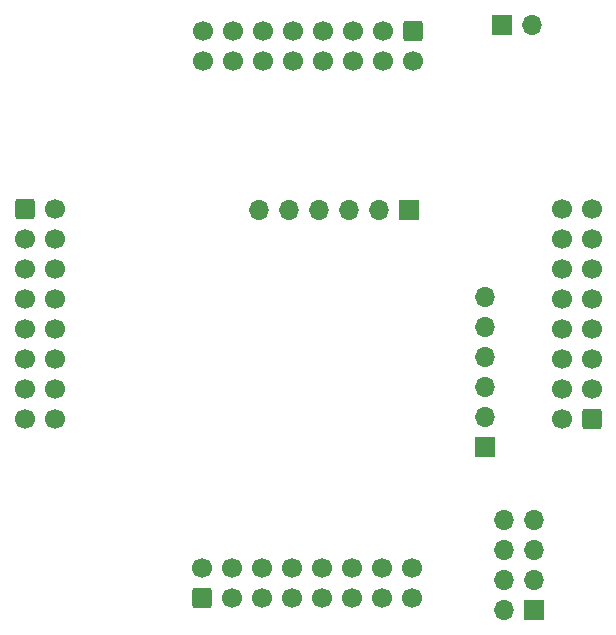
<source format=gbr>
%TF.GenerationSoftware,KiCad,Pcbnew,6.0.11+dfsg-1~bpo11+1*%
%TF.CreationDate,2023-07-05T16:28:11+02:00*%
%TF.ProjectId,dvert_21,64766572-745f-4323-912e-6b696361645f,rev?*%
%TF.SameCoordinates,Original*%
%TF.FileFunction,Soldermask,Bot*%
%TF.FilePolarity,Negative*%
%FSLAX46Y46*%
G04 Gerber Fmt 4.6, Leading zero omitted, Abs format (unit mm)*
G04 Created by KiCad (PCBNEW 6.0.11+dfsg-1~bpo11+1) date 2023-07-05 16:28:11*
%MOMM*%
%LPD*%
G01*
G04 APERTURE LIST*
G04 Aperture macros list*
%AMRoundRect*
0 Rectangle with rounded corners*
0 $1 Rounding radius*
0 $2 $3 $4 $5 $6 $7 $8 $9 X,Y pos of 4 corners*
0 Add a 4 corners polygon primitive as box body*
4,1,4,$2,$3,$4,$5,$6,$7,$8,$9,$2,$3,0*
0 Add four circle primitives for the rounded corners*
1,1,$1+$1,$2,$3*
1,1,$1+$1,$4,$5*
1,1,$1+$1,$6,$7*
1,1,$1+$1,$8,$9*
0 Add four rect primitives between the rounded corners*
20,1,$1+$1,$2,$3,$4,$5,0*
20,1,$1+$1,$4,$5,$6,$7,0*
20,1,$1+$1,$6,$7,$8,$9,0*
20,1,$1+$1,$8,$9,$2,$3,0*%
G04 Aperture macros list end*
%ADD10RoundRect,0.250000X0.600000X0.600000X-0.600000X0.600000X-0.600000X-0.600000X0.600000X-0.600000X0*%
%ADD11C,1.700000*%
%ADD12RoundRect,0.250000X0.600000X-0.600000X0.600000X0.600000X-0.600000X0.600000X-0.600000X-0.600000X0*%
%ADD13R,1.700000X1.700000*%
%ADD14O,1.700000X1.700000*%
%ADD15RoundRect,0.250000X-0.600000X0.600000X-0.600000X-0.600000X0.600000X-0.600000X0.600000X0.600000X0*%
%ADD16RoundRect,0.250000X-0.600000X-0.600000X0.600000X-0.600000X0.600000X0.600000X-0.600000X0.600000X0*%
G04 APERTURE END LIST*
D10*
%TO.C,J4*%
X167010000Y-101870000D03*
D11*
X164470000Y-101870000D03*
X167010000Y-99330000D03*
X164470000Y-99330000D03*
X167010000Y-96790000D03*
X164470000Y-96790000D03*
X167010000Y-94250000D03*
X164470000Y-94250000D03*
X167010000Y-91710000D03*
X164470000Y-91710000D03*
X167010000Y-89170000D03*
X164470000Y-89170000D03*
X167010000Y-86630000D03*
X164470000Y-86630000D03*
X167010000Y-84090000D03*
X164470000Y-84090000D03*
%TD*%
D12*
%TO.C,J2*%
X134060000Y-116992500D03*
D11*
X134060000Y-114452500D03*
X136600000Y-116992500D03*
X136600000Y-114452500D03*
X139140000Y-116992500D03*
X139140000Y-114452500D03*
X141680000Y-116992500D03*
X141680000Y-114452500D03*
X144220000Y-116992500D03*
X144220000Y-114452500D03*
X146760000Y-116992500D03*
X146760000Y-114452500D03*
X149300000Y-116992500D03*
X149300000Y-114452500D03*
X151840000Y-116992500D03*
X151840000Y-114452500D03*
%TD*%
D13*
%TO.C,J7*%
X159460000Y-68500000D03*
D14*
X162000000Y-68500000D03*
%TD*%
D15*
%TO.C,J1*%
X151870000Y-68980000D03*
D11*
X151870000Y-71520000D03*
X149330000Y-68980000D03*
X149330000Y-71520000D03*
X146790000Y-68980000D03*
X146790000Y-71520000D03*
X144250000Y-68980000D03*
X144250000Y-71520000D03*
X141710000Y-68980000D03*
X141710000Y-71520000D03*
X139170000Y-68980000D03*
X139170000Y-71520000D03*
X136630000Y-68980000D03*
X136630000Y-71520000D03*
X134090000Y-68980000D03*
X134090000Y-71520000D03*
%TD*%
D13*
%TO.C,J6*%
X157985000Y-104245000D03*
D14*
X157985000Y-101705000D03*
X157985000Y-99165000D03*
X157985000Y-96625000D03*
X157985000Y-94085000D03*
X157985000Y-91545000D03*
%TD*%
D13*
%TO.C,J5*%
X151585000Y-84115000D03*
D14*
X149045000Y-84115000D03*
X146505000Y-84115000D03*
X143965000Y-84115000D03*
X141425000Y-84115000D03*
X138885000Y-84115000D03*
%TD*%
D13*
%TO.C,J8*%
X162100000Y-118000000D03*
D14*
X159560000Y-118000000D03*
X162100000Y-115460000D03*
X159560000Y-115460000D03*
X162100000Y-112920000D03*
X159560000Y-112920000D03*
X162100000Y-110380000D03*
X159560000Y-110380000D03*
%TD*%
D16*
%TO.C,J3*%
X119010000Y-84100000D03*
D11*
X121550000Y-84100000D03*
X119010000Y-86640000D03*
X121550000Y-86640000D03*
X119010000Y-89180000D03*
X121550000Y-89180000D03*
X119010000Y-91720000D03*
X121550000Y-91720000D03*
X119010000Y-94260000D03*
X121550000Y-94260000D03*
X119010000Y-96800000D03*
X121550000Y-96800000D03*
X119010000Y-99340000D03*
X121550000Y-99340000D03*
X119010000Y-101880000D03*
X121550000Y-101880000D03*
%TD*%
M02*

</source>
